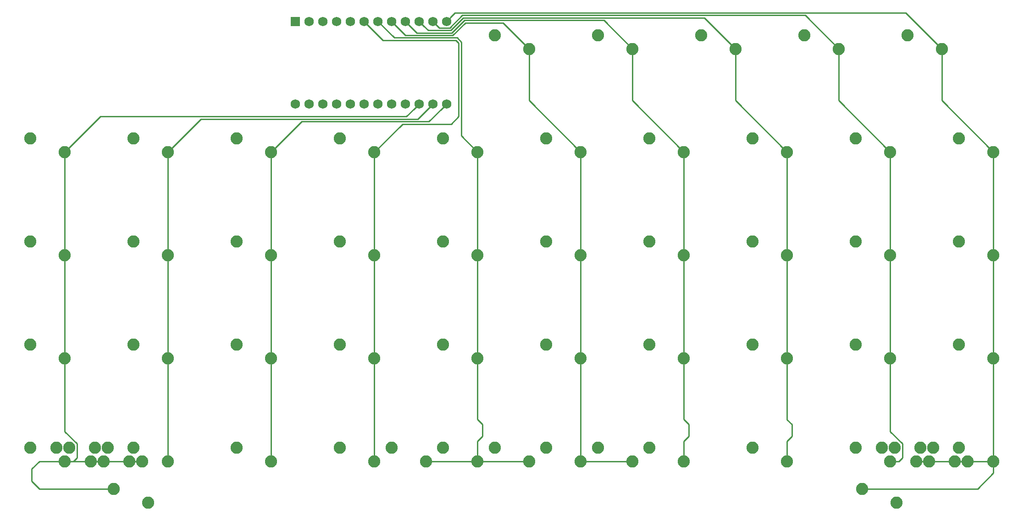
<source format=gbl>
G04 #@! TF.GenerationSoftware,KiCad,Pcbnew,(5.1.4)-1*
G04 #@! TF.CreationDate,2021-09-03T02:52:05-10:00*
G04 #@! TF.ProjectId,oya45,6f796134-352e-46b6-9963-61645f706362,rev?*
G04 #@! TF.SameCoordinates,Original*
G04 #@! TF.FileFunction,Copper,L2,Bot*
G04 #@! TF.FilePolarity,Positive*
%FSLAX46Y46*%
G04 Gerber Fmt 4.6, Leading zero omitted, Abs format (unit mm)*
G04 Created by KiCad (PCBNEW (5.1.4)-1) date 2021-09-03 02:52:05*
%MOMM*%
%LPD*%
G04 APERTURE LIST*
%ADD10C,2.250000*%
%ADD11R,1.752600X1.752600*%
%ADD12C,1.752600*%
%ADD13C,0.254000*%
G04 APERTURE END LIST*
D10*
X214153750Y-109220000D03*
X220503750Y-111760000D03*
X214471250Y-119380000D03*
X208121250Y-116840000D03*
X75247500Y-111760000D03*
X68897500Y-109220000D03*
X221297500Y-109220000D03*
X227647500Y-111760000D03*
X218916250Y-109220000D03*
X225266250Y-111760000D03*
X218122500Y-111760000D03*
X211772500Y-109220000D03*
X65722500Y-111760000D03*
X59372500Y-109220000D03*
X66516250Y-109220000D03*
X72866250Y-111760000D03*
X68103750Y-111760000D03*
X61753750Y-109220000D03*
X70008750Y-116840000D03*
X76358750Y-119380000D03*
X232410000Y-92710000D03*
X226060000Y-90170000D03*
X232410000Y-54610000D03*
X226060000Y-52070000D03*
X99060000Y-111760000D03*
X92710000Y-109220000D03*
X175260000Y-111760000D03*
X168910000Y-109220000D03*
X146685000Y-35560000D03*
X140335000Y-33020000D03*
X203835000Y-35560000D03*
X197485000Y-33020000D03*
X222885000Y-35560000D03*
X216535000Y-33020000D03*
D11*
X103505000Y-30480000D03*
D12*
X106045000Y-30480000D03*
X108585000Y-30480000D03*
X111125000Y-30480000D03*
X113665000Y-30480000D03*
X116205000Y-30480000D03*
X118745000Y-30480000D03*
X121285000Y-30480000D03*
X123825000Y-30480000D03*
X126365000Y-30480000D03*
X128905000Y-30480000D03*
X131445000Y-45720000D03*
X128905000Y-45720000D03*
X126365000Y-45720000D03*
X123825000Y-45720000D03*
X121285000Y-45720000D03*
X118745000Y-45720000D03*
X116205000Y-45720000D03*
X113665000Y-45720000D03*
X111125000Y-45720000D03*
X108585000Y-45720000D03*
X106045000Y-45720000D03*
X131445000Y-30480000D03*
X103505000Y-45720000D03*
D10*
X165735000Y-111760000D03*
X159385000Y-109220000D03*
X127635000Y-111760000D03*
X121285000Y-109220000D03*
X140335000Y-109220000D03*
X146685000Y-111760000D03*
X184785000Y-35560000D03*
X178435000Y-33020000D03*
X165735000Y-35560000D03*
X159385000Y-33020000D03*
X232410000Y-111760000D03*
X226060000Y-109220000D03*
X207010000Y-109220000D03*
X213360000Y-111760000D03*
X194310000Y-111760000D03*
X187960000Y-109220000D03*
X156210000Y-111760000D03*
X149860000Y-109220000D03*
X137160000Y-111760000D03*
X130810000Y-109220000D03*
X118110000Y-111760000D03*
X111760000Y-109220000D03*
X73660000Y-109220000D03*
X80010000Y-111760000D03*
X54610000Y-109220000D03*
X60960000Y-111760000D03*
X213360000Y-92710000D03*
X207010000Y-90170000D03*
X194310000Y-92710000D03*
X187960000Y-90170000D03*
X175260000Y-92710000D03*
X168910000Y-90170000D03*
X156210000Y-92710000D03*
X149860000Y-90170000D03*
X137160000Y-92710000D03*
X130810000Y-90170000D03*
X118110000Y-92710000D03*
X111760000Y-90170000D03*
X99060000Y-92710000D03*
X92710000Y-90170000D03*
X80010000Y-92710000D03*
X73660000Y-90170000D03*
X60960000Y-92710000D03*
X54610000Y-90170000D03*
X232410000Y-73660000D03*
X226060000Y-71120000D03*
X213360000Y-73660000D03*
X207010000Y-71120000D03*
X194310000Y-73660000D03*
X187960000Y-71120000D03*
X175260000Y-73660000D03*
X168910000Y-71120000D03*
X149860000Y-71120000D03*
X156210000Y-73660000D03*
X137160000Y-73660000D03*
X130810000Y-71120000D03*
X118110000Y-73660000D03*
X111760000Y-71120000D03*
X99060000Y-73660000D03*
X92710000Y-71120000D03*
X80010000Y-73660000D03*
X73660000Y-71120000D03*
X60960000Y-73660000D03*
X54610000Y-71120000D03*
X213360000Y-54610000D03*
X207010000Y-52070000D03*
X194310000Y-54610000D03*
X187960000Y-52070000D03*
X175260000Y-54610000D03*
X168910000Y-52070000D03*
X156210000Y-54610000D03*
X149860000Y-52070000D03*
X137160000Y-54610000D03*
X130810000Y-52070000D03*
X118110000Y-54610000D03*
X111760000Y-52070000D03*
X99060000Y-54610000D03*
X92710000Y-52070000D03*
X80010000Y-54610000D03*
X73660000Y-52070000D03*
X60960000Y-54610000D03*
X54610000Y-52070000D03*
D13*
X60960000Y-54610000D02*
X60960000Y-92710000D01*
X125488701Y-46596299D02*
X126365000Y-45720000D01*
X124005990Y-48079010D02*
X125488701Y-46596299D01*
X67490990Y-48079010D02*
X124005990Y-48079010D01*
X60960000Y-54610000D02*
X67490990Y-48079010D01*
X62550990Y-111760000D02*
X75247500Y-111760000D01*
X68417760Y-116840000D02*
X70008750Y-116840000D01*
X56255066Y-116840000D02*
X68417760Y-116840000D01*
X54829099Y-115414033D02*
X56255066Y-116840000D01*
X54829099Y-113185967D02*
X54829099Y-115414033D01*
X56255066Y-111760000D02*
X54829099Y-113185967D01*
X60960000Y-111760000D02*
X56255066Y-111760000D01*
X62550990Y-111760000D02*
X60960000Y-111760000D01*
X63205751Y-111105239D02*
X62550990Y-111760000D01*
X63205751Y-108523039D02*
X63205751Y-111105239D01*
X60960000Y-106277288D02*
X63205751Y-108523039D01*
X60960000Y-92710000D02*
X60960000Y-106277288D01*
X80010000Y-54610000D02*
X80010000Y-111760000D01*
X128028701Y-46596299D02*
X128905000Y-45720000D01*
X126091980Y-48533020D02*
X128028701Y-46596299D01*
X86086980Y-48533020D02*
X126091980Y-48533020D01*
X80010000Y-54610000D02*
X86086980Y-48533020D01*
X99060000Y-54610000D02*
X99060000Y-111760000D01*
X130568701Y-46596299D02*
X131445000Y-45720000D01*
X128177970Y-48987030D02*
X130568701Y-46596299D01*
X104682970Y-48987030D02*
X128177970Y-48987030D01*
X99060000Y-54610000D02*
X104682970Y-48987030D01*
X118110000Y-54610000D02*
X118110000Y-111760000D01*
X119678351Y-33953351D02*
X116205000Y-30480000D01*
X118110000Y-54610000D02*
X123278960Y-49441040D01*
X123278960Y-49441040D02*
X132327710Y-49441040D01*
X132327710Y-49441040D02*
X133689740Y-48079010D01*
X133689740Y-48079010D02*
X133689740Y-34470990D01*
X133689740Y-34470990D02*
X133172101Y-33953351D01*
X133172101Y-33953351D02*
X119678351Y-33953351D01*
X121764341Y-33499341D02*
X118745000Y-30480000D01*
X133360158Y-33499341D02*
X121764341Y-33499341D01*
X134143750Y-34282933D02*
X133360158Y-33499341D01*
X134143750Y-51593750D02*
X134143750Y-34282933D01*
X137160000Y-54610000D02*
X134143750Y-51593750D01*
X146685000Y-111760000D02*
X127635000Y-111760000D01*
X137160000Y-108051184D02*
X137160000Y-111760000D01*
X138052151Y-107159033D02*
X137160000Y-108051184D01*
X138052151Y-104930967D02*
X138052151Y-107159033D01*
X137160000Y-104038816D02*
X138052151Y-104930967D01*
X137160000Y-54610000D02*
X137160000Y-104038816D01*
X156210000Y-54610000D02*
X156210000Y-111760000D01*
X146685000Y-45085000D02*
X146685000Y-35560000D01*
X156210000Y-54610000D02*
X146685000Y-45085000D01*
X122161299Y-31356299D02*
X121285000Y-30480000D01*
X123850331Y-33045331D02*
X122161299Y-31356299D01*
X132586756Y-33045331D02*
X123850331Y-33045331D01*
X134901306Y-30730780D02*
X132586756Y-33045331D01*
X146685000Y-35560000D02*
X141855780Y-30730780D01*
X141855780Y-30730780D02*
X134901306Y-30730780D01*
X157800990Y-111760000D02*
X165735000Y-111760000D01*
X156210000Y-111760000D02*
X157800990Y-111760000D01*
X175260000Y-54610000D02*
X175260000Y-104038816D01*
X165735000Y-45085000D02*
X165735000Y-35560000D01*
X175260000Y-54610000D02*
X165735000Y-45085000D01*
X176152151Y-104930967D02*
X176152151Y-107159033D01*
X175260000Y-104038816D02*
X176152151Y-104930967D01*
X175260000Y-108051184D02*
X175260000Y-111760000D01*
X176152151Y-107159033D02*
X175260000Y-108051184D01*
X124701299Y-31356299D02*
X123825000Y-30480000D01*
X125936321Y-32591321D02*
X124701299Y-31356299D01*
X132398699Y-32591321D02*
X125936321Y-32591321D01*
X134713249Y-30276770D02*
X132398699Y-32591321D01*
X165735000Y-35560000D02*
X160451770Y-30276770D01*
X160451770Y-30276770D02*
X134713249Y-30276770D01*
X184785000Y-45085000D02*
X184785000Y-35560000D01*
X194310000Y-54610000D02*
X184785000Y-45085000D01*
X127241299Y-31356299D02*
X126365000Y-30480000D01*
X128022311Y-32137311D02*
X127241299Y-31356299D01*
X132210642Y-32137311D02*
X128022311Y-32137311D01*
X134525192Y-29822760D02*
X132210642Y-32137311D01*
X184785000Y-35560000D02*
X179047760Y-29822760D01*
X179047760Y-29822760D02*
X134525192Y-29822760D01*
X194310000Y-104045166D02*
X195195801Y-104930967D01*
X194310000Y-54610000D02*
X194310000Y-104045166D01*
X195195801Y-104930967D02*
X195195801Y-107159033D01*
X194310000Y-108044834D02*
X194310000Y-111760000D01*
X195195801Y-107159033D02*
X194310000Y-108044834D01*
X203835000Y-45085000D02*
X203835000Y-35560000D01*
X213360000Y-54610000D02*
X203835000Y-45085000D01*
X129781299Y-31356299D02*
X128905000Y-30480000D01*
X130108301Y-31683301D02*
X129781299Y-31356299D01*
X132022585Y-31683301D02*
X130108301Y-31683301D01*
X134337136Y-29368750D02*
X132022585Y-31683301D01*
X197643750Y-29368750D02*
X134337136Y-29368750D01*
X203835000Y-35560000D02*
X197643750Y-29368750D01*
X214950990Y-111760000D02*
X213360000Y-111760000D01*
X215605751Y-111105239D02*
X214950990Y-111760000D01*
X215605751Y-108523039D02*
X215605751Y-111105239D01*
X213360000Y-106277288D02*
X215605751Y-108523039D01*
X213360000Y-54610000D02*
X213360000Y-106277288D01*
X232410000Y-54610000D02*
X232410000Y-111760000D01*
X222885000Y-45085000D02*
X222885000Y-35560000D01*
X232410000Y-54610000D02*
X222885000Y-45085000D01*
X222885000Y-35560000D02*
X216239740Y-28914740D01*
X132321299Y-29603701D02*
X131445000Y-30480000D01*
X133010260Y-28914740D02*
X132321299Y-29603701D01*
X216239740Y-28914740D02*
X133010260Y-28914740D01*
X232410000Y-111760000D02*
X218122500Y-111760000D01*
X232410000Y-113350990D02*
X232410000Y-111760000D01*
X232410000Y-113924934D02*
X232410000Y-113350990D01*
X229494934Y-116840000D02*
X232410000Y-113924934D01*
X208121250Y-116840000D02*
X229494934Y-116840000D01*
M02*

</source>
